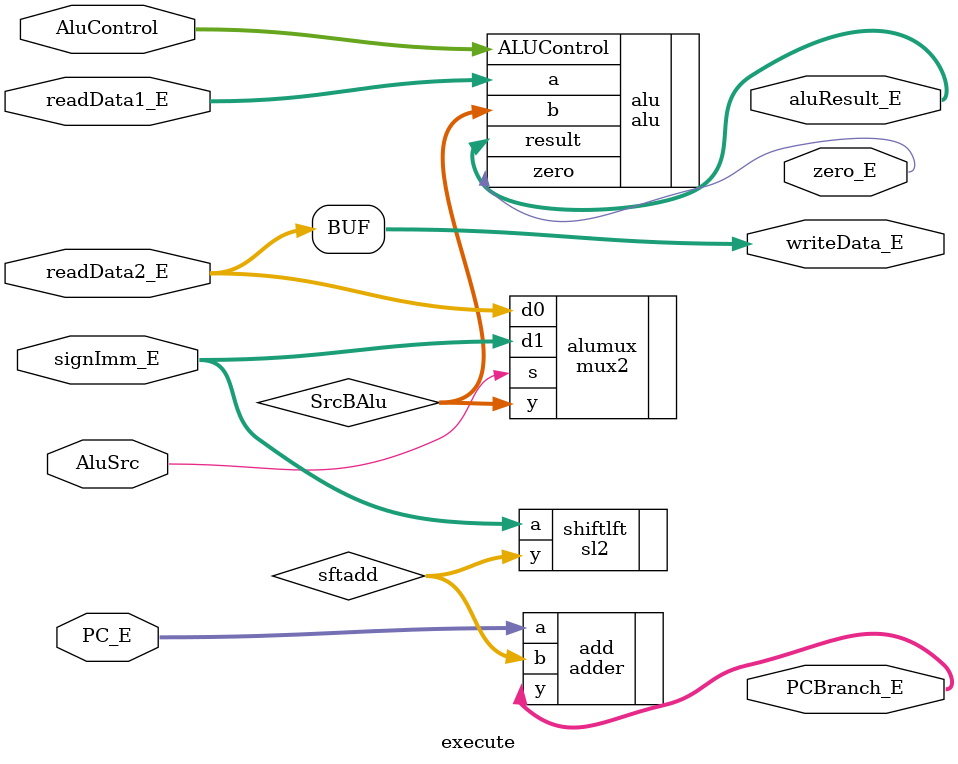
<source format=sv>
module execute #(parameter N = 64)
					(input logic AluSrc,
				  	 input logic [3:0]AluControl,
                input logic [N-1:0]PC_E,signImm_E,readData1_E,readData2_E,
					 output logic [N-1:0]PCBranch_E,aluResult_E,writeData_E,
                output logic zero_E);
					 
	logic [N-1:0] SrcBAlu,sftadd;  //si es un cable interno genero una variable auxiliar
	
	mux2 alumux(.d0(readData2_E),.d1(signImm_E), .s(AluSrc), .y(SrcBAlu));
	
	alu alu( .a(readData1_E), .b(SrcBAlu), .ALUControl(AluControl),
				.result(aluResult_E) ,.zero(zero_E));
				
	sl2 shiftlft( .a(signImm_E) , .y(sftadd));
	
	adder add( .a(PC_E) , .b(sftadd) , .y(PCBranch_E));
	
	assign writeData_E = readData2_E;

endmodule
	
</source>
